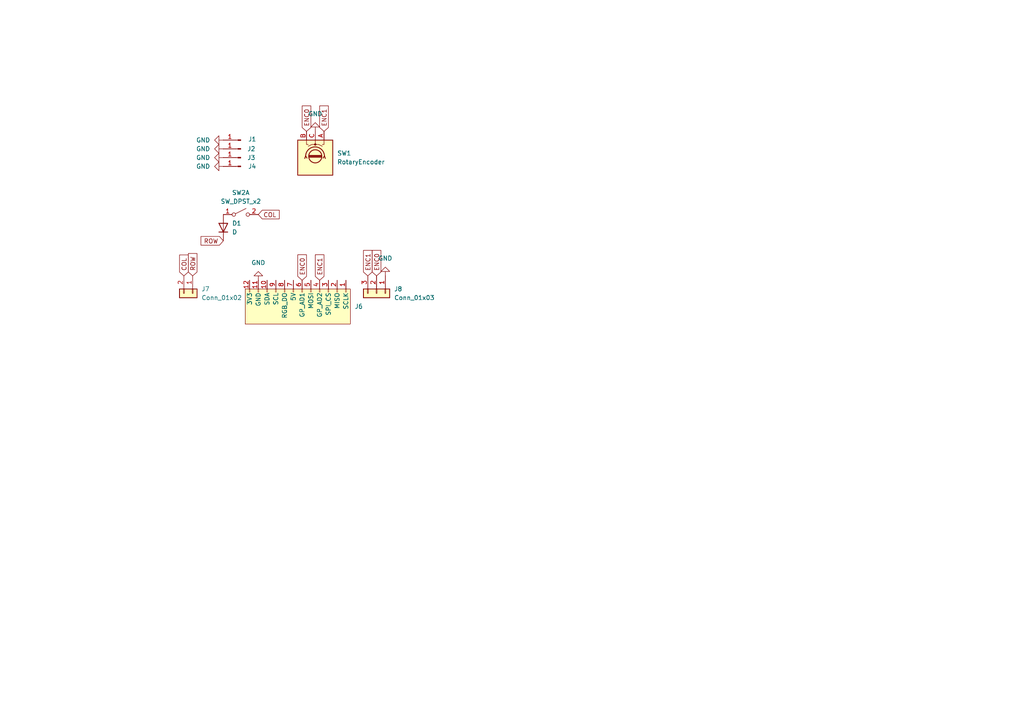
<source format=kicad_sch>
(kicad_sch (version 20250114) (generator "eeschema") (generator_version "9.0")
  (paper "A4")
  (lib_symbols
    (symbol "Connector:Conn_01x01_Pin" (pin_names (offset 1.016) (hide yes))
      (property "Reference" "J" (at 0 2.54 0))
      (property "Value" "Conn_01x01_Pin" (at 0 -2.54 0))
      (symbol "Conn_01x01_Pin_1_1"
        (rectangle (start 0.8636 0.127) (end 0 -0.127) (stroke (width 0.1524)) (fill (type outline)))
        (polyline (pts (xy 1.27 0) (xy 0.8636 0)) (stroke (width 0.1524)))
        (pin passive line (at 5.08 0 180) (length 3.81) (name "Pin_1") (number "1"))
      )
    )
    (symbol "Connector_Generic:Conn_01x02" (pin_names (offset 1.016) (hide yes))
      (property "Reference" "J" (at 0 2.54 0))
      (property "Value" "Conn_01x02" (at 0 -5.08 0))
      (symbol "Conn_01x02_1_1"
        (rectangle (start -1.27 1.27) (end 1.27 -3.81) (stroke (width 0.254)) (fill (type background)))
        (rectangle (start -1.27 0.127) (end 0 -0.127) (stroke (width 0.1524)))
        (rectangle (start -1.27 -2.413) (end 0 -2.667) (stroke (width 0.1524)))
        (pin passive line (at -5.08 0 0) (length 3.81) (name "Pin_1") (number "1"))
        (pin passive line (at -5.08 -2.54 0) (length 3.81) (name "Pin_2") (number "2"))
      )
    )
    (symbol "Connector_Generic:Conn_01x03" (pin_names (offset 1.016) (hide yes))
      (property "Reference" "J" (at 0 5.08 0))
      (property "Value" "Conn_01x03" (at 0 -5.08 0))
      (symbol "Conn_01x03_1_1"
        (rectangle (start -1.27 3.81) (end 1.27 -3.81) (stroke (width 0.254)) (fill (type background)))
        (rectangle (start -1.27 2.667) (end 0 2.413) (stroke (width 0.1524)))
        (rectangle (start -1.27 0.127) (end 0 -0.127) (stroke (width 0.1524)))
        (rectangle (start -1.27 -2.413) (end 0 -2.667) (stroke (width 0.1524)))
        (pin passive line (at -5.08 2.54 0) (length 3.81) (name "Pin_1") (number "1"))
        (pin passive line (at -5.08 0 0) (length 3.81) (name "Pin_2") (number "2"))
        (pin passive line (at -5.08 -2.54 0) (length 3.81) (name "Pin_3") (number "3"))
      )
    )
    (symbol "Device:D" (pin_numbers (hide yes)) (pin_names (offset 1.016) (hide yes))
      (property "Reference" "D" (at 0 2.54 0))
      (property "Value" "D" (at 0 -2.54 0))
      (symbol "D_0_1"
        (polyline (pts (xy -1.27 1.27) (xy -1.27 -1.27)) (stroke (width 0.254)))
        (polyline (pts (xy 1.27 1.27) (xy 1.27 -1.27) (xy -1.27 0) (xy 1.27 1.27)) (stroke (width 0.254)))
        (polyline (pts (xy 1.27 0) (xy -1.27 0)))
      )
      (symbol "D_1_1"
        (pin passive line (at -3.81 0 0) (length 2.54) (name "K") (number "1"))
        (pin passive line (at 3.81 0 180) (length 2.54) (name "A") (number "2"))
      )
    )
    (symbol "Device:RotaryEncoder" (pin_names (offset 0.254) (hide yes))
      (property "Reference" "SW" (at 0 6.604 0))
      (property "Value" "RotaryEncoder" (at 0 -6.604 0))
      (symbol "RotaryEncoder_0_1"
        (rectangle (start -5.08 5.08) (end 5.08 -5.08) (stroke (width 0.254)) (fill (type background)))
        (polyline (pts (xy -5.08 2.54) (xy -3.81 2.54) (xy -3.81 2.032)))
        (polyline (pts (xy -5.08 0) (xy -3.81 0) (xy -3.81 -1.016) (xy -3.302 -2.032)))
        (polyline (pts (xy -5.08 -2.54) (xy -3.81 -2.54) (xy -3.81 -2.032)))
        (polyline (pts (xy -4.318 0) (xy -3.81 0) (xy -3.81 1.016) (xy -3.302 2.032)))
        (circle (center -3.81 0) (radius 0.254) (fill (type outline)))
        (polyline (pts (xy -0.635 -1.778) (xy -0.635 1.778)) (stroke (width 0.254)))
        (circle (center -0.381 0) (radius 1.905) (stroke (width 0.254)))
        (polyline (pts (xy -0.381 -1.778) (xy -0.381 1.778)) (stroke (width 0.254)))
        (arc (start -0.381 -2.794) (mid -3.0988 -0.0635) (end -0.381 2.667) (stroke (width 0.254)))
        (polyline (pts (xy -0.127 1.778) (xy -0.127 -1.778)) (stroke (width 0.254)))
        (polyline (pts (xy 0.254 2.921) (xy -0.508 2.667) (xy 0.127 2.286)) (stroke (width 0.254)))
        (polyline (pts (xy 0.254 -3.048) (xy -0.508 -2.794) (xy 0.127 -2.413)) (stroke (width 0.254)))
      )
      (symbol "RotaryEncoder_1_1"
        (pin passive line (at -7.62 2.54 0) (length 2.54) (name "A") (number "A"))
        (pin passive line (at -7.62 0 0) (length 2.54) (name "C") (number "C"))
        (pin passive line (at -7.62 -2.54 0) (length 2.54) (name "B") (number "B"))
      )
    )
    (symbol "Switch:SW_DPST_x2" (pin_names (offset 0) (hide yes))
      (property "Reference" "SW" (at 0 3.175 0))
      (property "Value" "SW_DPST_x2" (at 0 -2.54 0))
      (symbol "SW_DPST_x2_0_0"
        (circle (center -2.032 0) (radius 0.508))
        (polyline (pts (xy -1.524 0.254) (xy 1.524 1.778)))
        (circle (center 2.032 0) (radius 0.508))
      )
      (symbol "SW_DPST_x2_1_1"
        (pin passive line (at -5.08 0 0) (length 2.54) (name "A") (number "1"))
        (pin passive line (at 5.08 0 180) (length 2.54) (name "B") (number "2"))
      )
      (symbol "SW_DPST_x2_2_1"
        (pin passive line (at -5.08 0 0) (length 2.54) (name "A") (number "3"))
        (pin passive line (at 5.08 0 180) (length 2.54) (name "B") (number "4"))
      )
    )
    (symbol "power:GND" (power) (pin_numbers (hide yes)) (pin_names (offset 0) (hide yes))
      (property "Value" "GND" (at 0 -3.81 0))
      (symbol "GND_0_1"
        (polyline (pts (xy 0 0) (xy 0 -1.27) (xy 1.27 -1.27) (xy 0 -2.54) (xy -1.27 -1.27) (xy 0 -1.27)))
      )
      (symbol "GND_1_1"
        (pin power_in line (at 0 0 270) (length 0) (name "~") (number "1"))
      )
    )
    (symbol "vik:vik-module-connector" (pin_names (offset 1))
      (property "Reference" "J" (at 0 15.875 0))
      (symbol "vik-module-connector_1_1"
        (rectangle (start -5.08 13.97) (end 5.08 -16.51) (fill (type background)))
        (rectangle (start -5.0546 12.827) (end -4.191 12.573) (stroke (width 0.1)))
        (rectangle (start -5.0546 10.287) (end -4.191 10.033) (stroke (width 0.1)))
        (rectangle (start -5.0546 7.747) (end -4.191 7.493) (stroke (width 0.1)))
        (rectangle (start -5.0546 5.207) (end -4.191 4.953) (stroke (width 0.1)))
        (rectangle (start -5.0546 2.667) (end -4.191 2.413) (stroke (width 0.1)))
        (rectangle (start -5.0546 0.127) (end -4.191 -0.127) (stroke (width 0.1)))
        (rectangle (start -5.0546 -2.413) (end -4.191 -2.667) (stroke (width 0.1)))
        (rectangle (start -5.0546 -4.953) (end -4.191 -5.207) (stroke (width 0.1)))
        (rectangle (start -5.0546 -7.493) (end -4.191 -7.747) (stroke (width 0.1)))
        (rectangle (start -5.0546 -10.033) (end -4.191 -10.287) (stroke (width 0.1)))
        (rectangle (start -5.0546 -12.573) (end -4.191 -12.827) (stroke (width 0.1)))
        (rectangle (start -5.0546 -15.113) (end -4.191 -15.367) (stroke (width 0.1)))
        (pin output line (at -7.62 12.7 0) (length 2.54) (name "SCLK") (number "1"))
        (pin tri_state line (at -7.62 10.16 0) (length 2.54) (name "MISO") (number "2"))
        (pin output line (at -7.62 7.62 0) (length 2.54) (name "SPI_CS") (number "3"))
        (pin bidirectional line (at -7.62 5.08 0) (length 2.54) (name "GP_AD2") (number "4"))
        (pin output line (at -7.62 2.54 0) (length 2.54) (name "MOSI") (number "5"))
        (pin bidirectional line (at -7.62 0 0) (length 2.54) (name "GP_AD1") (number "6"))
        (pin power_out line (at -7.62 -2.54 0) (length 2.54) (name "5V") (number "7"))
        (pin output line (at -7.62 -5.08 0) (length 2.54) (name "RGB_DO") (number "8"))
        (pin bidirectional line (at -7.62 -7.62 0) (length 2.54) (name "SCL") (number "9"))
        (pin bidirectional line (at -7.62 -10.16 0) (length 2.54) (name "SDA") (number "10"))
        (pin power_out line (at -7.62 -12.7 0) (length 2.54) (name "GND") (number "11"))
        (pin power_out line (at -7.62 -15.24 0) (length 2.54) (name "3V3") (number "12"))
      )
    )
  )
  (global_label "ROW" (shape input) (at 55.88 80.01 90) (property "Intersheetrefs" "${INTERSHEET_REFS}" (effects (hide yes))))
  (global_label "ENC1" (shape input) (at 92.71 81.28 90) (property "Intersheetrefs" "${INTERSHEET_REFS}" (effects (hide yes))))
  (global_label "ROW" (shape input) (at 64.77 69.85 180) (property "Intersheetrefs" "${INTERSHEET_REFS}" (effects (hide yes))))
  (global_label "ENC1" (shape input) (at 106.68 80.01 90) (property "Intersheetrefs" "${INTERSHEET_REFS}" (effects (hide yes))))
  (global_label "ENC0" (shape input) (at 88.9 38.1 90) (property "Intersheetrefs" "${INTERSHEET_REFS}" (effects (hide yes))))
  (global_label "ENC0" (shape input) (at 109.22 80.01 90) (property "Intersheetrefs" "${INTERSHEET_REFS}" (effects (hide yes))))
  (global_label "COL" (shape input) (at 53.34 80.01 90) (property "Intersheetrefs" "${INTERSHEET_REFS}" (effects (hide yes))))
  (global_label "ENC1" (shape input) (at 93.98 38.1 90) (property "Intersheetrefs" "${INTERSHEET_REFS}" (effects (hide yes))))
  (global_label "ENC0" (shape input) (at 87.63 81.28 90) (property "Intersheetrefs" "${INTERSHEET_REFS}" (effects (hide yes))))
  (global_label "COL" (shape input) (at 74.93 62.23 0) (property "Intersheetrefs" "${INTERSHEET_REFS}" (effects (hide yes))))
  (symbol (lib_id "Device:RotaryEncoder") (at 91.44 45.72 270) (unit 1)
    (property "Reference" "SW1" (at 97.79 44.4499 90) (effects (justify left)))
    (property "Value" "RotaryEncoder" (at 97.79 46.9899 90) (effects (justify left)))
    (property "Footprint" "RollerVikCKW12:EC05E1220202" (effects (hide yes)))
    (property "Description" "Rotary encoder, dual channel, incremental quadrate outputs" (effects (hide yes)))
  )
  (symbol (lib_id "Connector:Conn_01x01_Pin") (at 69.85 48.26 180) (unit 1)
    (property "Reference" "J4" (at 73.152 48.26 0))
    (property "Value" "Conn_01x01_Pin" (effects (hide yes)))
    (property "Footprint" "RollerVikCKW12:my_mount_hole_M2_pad" (effects (hide yes)))
    (property "Description" "Generic connector, single row, 01x01, script generated" (effects (hide yes)))
  )
  (symbol (lib_id "power:GND") (at 111.76 80.01 180) (unit 1)
    (property "Reference" "#PWR03" (effects (hide yes)))
    (property "Value" "GND" (at 111.76 74.93 0))
    (property "Description" "Power symbol creates a global label with name \"GND\" , ground" (effects (hide yes)))
  )
  (symbol (lib_id "power:GND") (at 64.77 45.72 270) (unit 1)
    (property "Reference" "#PWR06" (effects (hide yes)))
    (property "Value" "GND" (at 60.96 45.7199 90) (effects (justify right)))
    (property "Description" "Power symbol creates a global label with name \"GND\" , ground" (effects (hide yes)))
  )
  (symbol (lib_id "Connector:Conn_01x01_Pin") (at 69.85 40.64 180) (unit 1)
    (property "Reference" "J1" (at 73.152 40.386 0))
    (property "Value" "Conn_01x01_Pin" (effects (hide yes)))
    (property "Footprint" "RollerVikCKW12:my_mount_hole_M2_pad" (effects (hide yes)))
    (property "Description" "Generic connector, single row, 01x01, script generated" (effects (hide yes)))
  )
  (symbol (lib_id "power:GND") (at 64.77 43.18 270) (unit 1)
    (property "Reference" "#PWR05" (effects (hide yes)))
    (property "Value" "GND" (at 60.96 43.1799 90) (effects (justify right)))
    (property "Description" "Power symbol creates a global label with name \"GND\" , ground" (effects (hide yes)))
  )
  (symbol (lib_id "Connector_Generic:Conn_01x03") (at 109.22 85.09 270) (unit 1)
    (property "Reference" "J8" (at 114.3 83.8199 90) (effects (justify left)))
    (property "Value" "Conn_01x03" (at 114.3 86.3599 90) (effects (justify left)))
    (property "Footprint" "Connector_PinHeader_2.00mm:PinHeader_1x03_P2.00mm_Vertical" (effects (hide yes)))
    (property "Description" "Generic connector, single row, 01x03, script generated (kicad-library-utils/schlib/autogen/connector/)" (effects (hide yes)))
  )
  (symbol (lib_id "vik:vik-module-connector") (at 87.63 88.9 270) (unit 1)
    (property "Reference" "J6" (at 102.87 88.8876 90) (effects (justify left)))
    (property "Value" "vik-module-connector" (effects (hide yes)))
    (property "Footprint" "RollerVikCKW12:vik-module-connector-horizontal" (effects (hide yes)))
  )
  (symbol (lib_id "Connector:Conn_01x01_Pin") (at 69.85 45.72 180) (unit 1)
    (property "Reference" "J3" (at 72.898 45.72 0))
    (property "Value" "Conn_01x01_Pin" (effects (hide yes)))
    (property "Footprint" "RollerVikCKW12:my_mount_hole_M2_pad" (effects (hide yes)))
    (property "Description" "Generic connector, single row, 01x01, script generated" (effects (hide yes)))
  )
  (symbol (lib_id "power:GND") (at 74.93 81.28 180) (unit 1)
    (property "Reference" "#PWR02" (effects (hide yes)))
    (property "Value" "GND" (at 74.93 76.2 0))
    (property "Description" "Power symbol creates a global label with name \"GND\" , ground" (effects (hide yes)))
  )
  (symbol (lib_id "Connector_Generic:Conn_01x02") (at 55.88 85.09 270) (unit 1)
    (property "Reference" "J7" (at 58.42 83.8199 90) (effects (justify left)))
    (property "Value" "Conn_01x02" (at 58.42 86.3599 90) (effects (justify left)))
    (property "Footprint" "Connector_PinHeader_2.00mm:PinHeader_1x02_P2.00mm_Vertical" (effects (hide yes)))
    (property "Description" "Generic connector, single row, 01x02, script generated (kicad-library-utils/schlib/autogen/connector/)" (effects (hide yes)))
  )
  (symbol (lib_id "Switch:SW_DPST_x2") (at 69.85 62.23 0) (unit 1)
    (property "Reference" "SW2" (at 69.85 55.88 0))
    (property "Value" "SW_DPST_x2" (at 69.85 58.42 0))
    (property "Footprint" "RollerVikCKW12:SKQYACE010" (effects (hide yes)))
    (property "Description" "Single Pole Single Throw (SPST) switch, separate symbol" (effects (hide yes)))
  )
  (symbol (lib_id "power:GND") (at 91.44 38.1 180) (unit 1)
    (property "Reference" "#PWR01" (effects (hide yes)))
    (property "Value" "GND" (at 91.44 33.02 0))
    (property "Description" "Power symbol creates a global label with name \"GND\" , ground" (effects (hide yes)))
  )
  (symbol (lib_id "Connector:Conn_01x01_Pin") (at 69.85 43.18 180) (unit 1)
    (property "Reference" "J2" (at 72.898 43.18 0))
    (property "Value" "Conn_01x01_Pin" (effects (hide yes)))
    (property "Footprint" "RollerVikCKW12:my_mount_hole_M2_pad" (effects (hide yes)))
    (property "Description" "Generic connector, single row, 01x01, script generated" (effects (hide yes)))
  )
  (symbol (lib_id "power:GND") (at 64.77 48.26 270) (unit 1)
    (property "Reference" "#PWR07" (effects (hide yes)))
    (property "Value" "GND" (at 60.96 48.2599 90) (effects (justify right)))
    (property "Description" "Power symbol creates a global label with name \"GND\" , ground" (effects (hide yes)))
  )
  (symbol (lib_id "power:GND") (at 64.77 40.64 270) (unit 1)
    (property "Reference" "#PWR04" (effects (hide yes)))
    (property "Value" "GND" (at 60.96 40.6399 90) (effects (justify right)))
    (property "Description" "Power symbol creates a global label with name \"GND\" , ground" (effects (hide yes)))
  )
  (symbol (lib_id "Device:D") (at 64.77 66.04 90) (unit 1)
    (property "Reference" "D1" (at 67.31 64.7699 90) (effects (justify right)))
    (property "Value" "D" (at 67.31 67.3099 90) (effects (justify right)))
    (property "Footprint" "Diode_SMD:D_SOD-128" (effects (hide yes)))
    (property "Description" "Diode" (effects (hide yes)))
    (property "Sim.Device" "D" (effects (hide yes)))
    (property "Sim.Pins" "1=K 2=A" (effects (hide yes)))
  )
)
</source>
